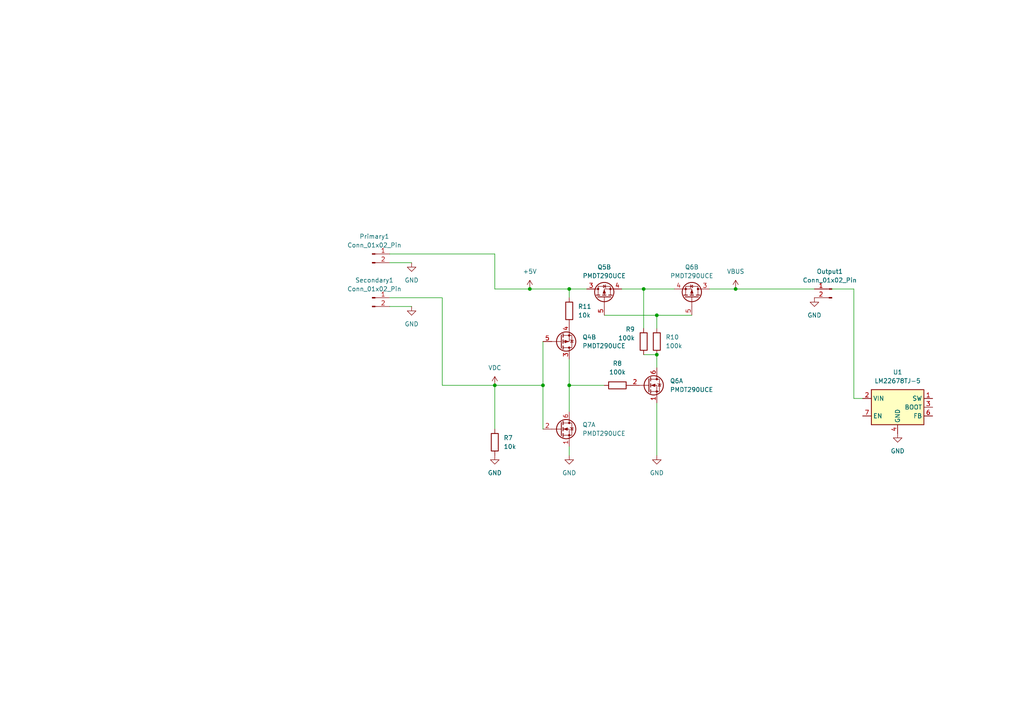
<source format=kicad_sch>
(kicad_sch (version 20250114) (generator "eeschema") (generator_version "9.0")
  (paper "A4")
  (lib_symbols
    (symbol "Connector:Conn_01x02_Pin" (pin_names (offset 1.016) (hide yes))
      (property "Reference" "J" (at 0 2.54 0))
      (property "Value" "Conn_01x02_Pin" (at 0 -5.08 0))
      (symbol "Conn_01x02_Pin_1_1"
        (rectangle (start 0.8636 0.127) (end 0 -0.127) (stroke (width 0.1524)) (fill (type outline)))
        (rectangle (start 0.8636 -2.413) (end 0 -2.667) (stroke (width 0.1524)) (fill (type outline)))
        (polyline (pts (xy 1.27 0) (xy 0.8636 0)) (stroke (width 0.1524)))
        (polyline (pts (xy 1.27 -2.54) (xy 0.8636 -2.54)) (stroke (width 0.1524)))
        (pin passive line (at 5.08 0 180) (length 3.81) (name "Pin_1") (number "1"))
        (pin passive line (at 5.08 -2.54 180) (length 3.81) (name "Pin_2") (number "2"))
      )
    )
    (symbol "Device:R" (pin_numbers (hide yes)) (pin_names (offset 0))
      (property "Reference" "R" (at 2.032 0 90))
      (property "Value" "R" (at 0 0 90))
      (symbol "R_0_1"
        (rectangle (start -1.016 -2.54) (end 1.016 2.54) (stroke (width 0.254)))
      )
      (symbol "R_1_1"
        (pin passive line (at 0 3.81 270) (length 1.27) (name "~") (number "1"))
        (pin passive line (at 0 -3.81 90) (length 1.27) (name "~") (number "2"))
      )
    )
    (symbol "Regulator_Switching:LM22678TJ-5"
      (property "Reference" "U" (at -6.35 6.35 0))
      (property "Value" "LM22678TJ-5" (at 5.08 6.35 0))
      (symbol "LM22678TJ-5_0_1"
        (rectangle (start -7.62 5.08) (end 7.62 -5.08) (stroke (width 0.254)) (fill (type background)))
      )
      (symbol "LM22678TJ-5_1_1"
        (pin power_in line (at -10.16 2.54 0) (length 2.54) (name "VIN") (number "2"))
        (pin input line (at -10.16 -2.54 0) (length 2.54) (name "EN") (number "7"))
        (pin no_connect line (at -7.62 0 0) (length 2.54) (hide yes) (name "NC") (number "5"))
        (pin power_in line (at 0 -7.62 90) (length 2.54) (name "GND") (number "4"))
        (pin passive line (at 0 -7.62 90) (length 2.54) (hide yes) (name "GND") (number "8"))
        (pin power_out line (at 10.16 2.54 180) (length 2.54) (name "SW") (number "1"))
        (pin passive line (at 10.16 0 180) (length 2.54) (name "BOOT") (number "3"))
        (pin input line (at 10.16 -2.54 180) (length 2.54) (name "FB") (number "6"))
      )
    )
    (symbol "Transistor_FET:PMDT290UCE" (pin_names (hide yes))
      (property "Reference" "Q" (at 5.08 1.905 0))
      (property "Value" "PMDT290UCE" (at 5.08 0 0))
      (symbol "PMDT290UCE_1_1"
        (polyline (pts (xy 0.254 0) (xy -2.54 0)))
        (polyline (pts (xy 0.254 -1.905) (xy 0.254 1.905)) (stroke (width 0.254)))
        (polyline (pts (xy 0.762 1.778) (xy 3.302 1.778) (xy 3.302 -1.778) (xy 0.762 -1.778)))
        (polyline (pts (xy 0.762 1.27) (xy 0.762 2.286)) (stroke (width 0.254)))
        (polyline (pts (xy 0.762 -0.508) (xy 0.762 0.508)) (stroke (width 0.254)))
        (polyline (pts (xy 0.762 -2.286) (xy 0.762 -1.27)) (stroke (width 0.254)))
        (polyline (pts (xy 1.016 0) (xy 2.032 -0.381) (xy 2.032 0.381) (xy 1.016 0)) (fill (type outline)))
        (circle (center 1.651 0) (radius 2.794) (stroke (width 0.254)))
        (polyline (pts (xy 2.54 1.905) (xy 2.54 2.54)))
        (circle (center 2.54 1.778) (radius 0.254) (fill (type outline)))
        (circle (center 2.54 -1.778) (radius 0.254) (fill (type outline)))
        (polyline (pts (xy 2.54 -2.54) (xy 2.54 0) (xy 0.762 0)))
        (polyline (pts (xy 2.794 0.508) (xy 2.921 0.381) (xy 3.683 0.381) (xy 3.81 0.254)))
        (polyline (pts (xy 3.302 0.381) (xy 2.921 -0.254) (xy 3.683 -0.254) (xy 3.302 0.381)))
        (pin input line (at -5.08 0 0) (length 2.54) (name "GN") (number "2"))
        (pin passive line (at 2.54 5.08 270) (length 2.54) (name "DN") (number "6"))
        (pin passive line (at 2.54 -5.08 90) (length 2.54) (name "SN") (number "1"))
      )
      (symbol "PMDT290UCE_2_1"
        (polyline (pts (xy 0.254 1.905) (xy 0.254 -1.905)) (stroke (width 0.254)))
        (polyline (pts (xy 0.254 0) (xy -2.54 0)))
        (polyline (pts (xy 0.762 2.286) (xy 0.762 1.27)) (stroke (width 0.254)))
        (polyline (pts (xy 0.762 0.508) (xy 0.762 -0.508)) (stroke (width 0.254)))
        (polyline (pts (xy 0.762 -1.27) (xy 0.762 -2.286)) (stroke (width 0.254)))
        (polyline (pts (xy 0.762 -1.778) (xy 3.302 -1.778) (xy 3.302 1.778) (xy 0.762 1.778)))
        (circle (center 1.651 0) (radius 2.794) (stroke (width 0.254)))
        (polyline (pts (xy 2.286 0) (xy 1.27 -0.381) (xy 1.27 0.381) (xy 2.286 0)) (fill (type outline)))
        (polyline (pts (xy 2.54 2.54) (xy 2.54 0) (xy 0.762 0)))
        (circle (center 2.54 1.778) (radius 0.254) (fill (type outline)))
        (circle (center 2.54 -1.778) (radius 0.254) (fill (type outline)))
        (polyline (pts (xy 2.54 -1.905) (xy 2.54 -2.54)))
        (polyline (pts (xy 2.794 0.508) (xy 2.921 0.381) (xy 3.683 0.381) (xy 3.81 0.254)))
        (polyline (pts (xy 3.302 0.381) (xy 2.921 -0.254) (xy 3.683 -0.254) (xy 3.302 0.381)))
        (pin input line (at -5.08 0 0) (length 2.54) (name "GP") (number "5"))
        (pin passive line (at 2.54 5.08 270) (length 2.54) (name "SP") (number "4"))
        (pin passive line (at 2.54 -5.08 90) (length 2.54) (name "DP") (number "3"))
      )
    )
    (symbol "power:+5V" (power) (pin_numbers (hide yes)) (pin_names (offset 0) (hide yes))
      (property "Value" "+5V" (at 0 3.556 0))
      (symbol "+5V_0_1"
        (polyline (pts (xy -0.762 1.27) (xy 0 2.54)))
        (polyline (pts (xy 0 2.54) (xy 0.762 1.27)))
        (polyline (pts (xy 0 0) (xy 0 2.54)))
      )
      (symbol "+5V_1_1"
        (pin power_in line (at 0 0 90) (length 0) (name "~") (number "1"))
      )
    )
    (symbol "power:GND" (power) (pin_numbers (hide yes)) (pin_names (offset 0) (hide yes))
      (property "Value" "GND" (at 0 -3.81 0))
      (symbol "GND_0_1"
        (polyline (pts (xy 0 0) (xy 0 -1.27) (xy 1.27 -1.27) (xy 0 -2.54) (xy -1.27 -1.27) (xy 0 -1.27)))
      )
      (symbol "GND_1_1"
        (pin power_in line (at 0 0 270) (length 0) (name "~") (number "1"))
      )
    )
    (symbol "power:VBUS" (power) (pin_numbers (hide yes)) (pin_names (offset 0) (hide yes))
      (property "Value" "VBUS" (at 0 3.556 0))
      (symbol "VBUS_0_1"
        (polyline (pts (xy -0.762 1.27) (xy 0 2.54)))
        (polyline (pts (xy 0 2.54) (xy 0.762 1.27)))
        (polyline (pts (xy 0 0) (xy 0 2.54)))
      )
      (symbol "VBUS_1_1"
        (pin power_in line (at 0 0 90) (length 0) (name "~") (number "1"))
      )
    )
    (symbol "power:VDC" (power) (pin_numbers (hide yes)) (pin_names (offset 0) (hide yes))
      (property "Value" "VDC" (at 0 3.556 0))
      (symbol "VDC_0_1"
        (polyline (pts (xy -0.762 1.27) (xy 0 2.54)))
        (polyline (pts (xy 0 2.54) (xy 0.762 1.27)))
        (polyline (pts (xy 0 0) (xy 0 2.54)))
      )
      (symbol "VDC_1_1"
        (pin power_in line (at 0 0 90) (length 0) (name "~") (number "1"))
      )
    )
  )
  (junction (at 213.36 83.82))
  (junction (at 186.69 83.82))
  (junction (at 165.1 83.82))
  (junction (at 190.5 102.87))
  (junction (at 157.48 111.76))
  (junction (at 153.67 83.82))
  (junction (at 190.5 91.44))
  (junction (at 143.51 111.76))
  (junction (at 165.1 111.76))
  (wire (pts (xy 165.1 111.76) (xy 165.1 119.38)))
  (wire (pts (xy 113.03 88.9) (xy 119.38 88.9)))
  (wire (pts (xy 213.36 83.82) (xy 236.22 83.82)))
  (wire (pts (xy 113.03 76.2) (xy 119.38 76.2)))
  (wire (pts (xy 186.69 102.87) (xy 190.5 102.87)))
  (wire (pts (xy 190.5 91.44) (xy 200.66 91.44)))
  (wire (pts (xy 205.74 83.82) (xy 213.36 83.82)))
  (wire (pts (xy 165.1 111.76) (xy 175.26 111.76)))
  (wire (pts (xy 113.03 73.66) (xy 143.51 73.66)))
  (wire (pts (xy 157.48 99.06) (xy 157.48 111.76)))
  (wire (pts (xy 190.5 91.44) (xy 190.5 95.25)))
  (wire (pts (xy 143.51 73.66) (xy 143.51 83.82)))
  (wire (pts (xy 128.27 111.76) (xy 143.51 111.76)))
  (wire (pts (xy 190.5 132.08) (xy 190.5 116.84)))
  (wire (pts (xy 157.48 111.76) (xy 157.48 124.46)))
  (wire (pts (xy 143.51 111.76) (xy 157.48 111.76)))
  (wire (pts (xy 165.1 104.14) (xy 165.1 111.76)))
  (wire (pts (xy 186.69 83.82) (xy 186.69 95.25)))
  (wire (pts (xy 165.1 129.54) (xy 165.1 132.08)))
  (wire (pts (xy 175.26 91.44) (xy 190.5 91.44)))
  (wire (pts (xy 186.69 83.82) (xy 195.58 83.82)))
  (wire (pts (xy 241.3 83.82) (xy 247.65 83.82)))
  (wire (pts (xy 247.65 83.82) (xy 247.65 115.57)))
  (wire (pts (xy 247.65 115.57) (xy 250.19 115.57)))
  (wire (pts (xy 153.67 83.82) (xy 165.1 83.82)))
  (wire (pts (xy 165.1 83.82) (xy 165.1 86.36)))
  (wire (pts (xy 143.51 83.82) (xy 153.67 83.82)))
  (wire (pts (xy 190.5 102.87) (xy 190.5 106.68)))
  (wire (pts (xy 180.34 83.82) (xy 186.69 83.82)))
  (wire (pts (xy 165.1 83.82) (xy 170.18 83.82)))
  (wire (pts (xy 143.51 111.76) (xy 143.51 124.46)))
  (wire (pts (xy 128.27 86.36) (xy 128.27 111.76)))
  (wire (pts (xy 113.03 86.36) (xy 128.27 86.36)))
  (symbol (lib_id "Transistor_FET:PMDT290UCE") (at 187.96 111.76 0) (unit 1)
    (property "Reference" "Q6" (at 194.31 110.4899 0) (effects (justify left)))
    (property "Value" "PMDT290UCE" (at 194.31 113.0299 0) (effects (justify left)))
    (property "Footprint" "Package_TO_SOT_SMD:SOT-666" (effects (hide yes)))
    (property "Datasheet" "https://assets.nexperia.com/documents/data-sheet/PMDT290UCE.pdf" (effects (hide yes)))
    (property "Description" "Nexperia 20 / 20 V, 800 / 550 mA N/P-channel Trench MOSFET, SOT-666" (effects (hide yes)))
  )
  (symbol (lib_id "power:GND") (at 260.35 125.73 0) (unit 1)
    (property "Reference" "#PWR010" (effects (hide yes)))
    (property "Value" "GND" (at 260.35 130.81 0))
    (property "Description" "Power symbol creates a global label with name \"GND\" , ground" (effects (hide yes)))
  )
  (symbol (lib_id "power:GND") (at 190.5 132.08 0) (unit 1)
    (property "Reference" "#PWR05" (effects (hide yes)))
    (property "Value" "GND" (at 190.5 137.16 0))
    (property "Description" "Power symbol creates a global label with name \"GND\" , ground" (effects (hide yes)))
  )
  (symbol (lib_id "Connector:Conn_01x02_Pin") (at 107.95 86.36 0) (unit 1)
    (property "Reference" "Secondary1" (at 108.585 81.28 0))
    (property "Value" "Conn_01x02_Pin" (at 108.585 83.82 0))
    (property "Footprint" "Connector_PinHeader_2.54mm:PinHeader_1x02_P2.54mm_Vertical" (effects (hide yes)))
    (property "Description" "Generic connector, single row, 01x02, script generated" (effects (hide yes)))
  )
  (symbol (lib_id "power:GND") (at 165.1 132.08 0) (unit 1)
    (property "Reference" "#PWR04" (effects (hide yes)))
    (property "Value" "GND" (at 165.1 137.16 0))
    (property "Description" "Power symbol creates a global label with name \"GND\" , ground" (effects (hide yes)))
  )
  (symbol (lib_id "Connector:Conn_01x02_Pin") (at 107.95 73.66 0) (unit 1)
    (property "Reference" "Primary1" (at 108.585 68.58 0))
    (property "Value" "Conn_01x02_Pin" (at 108.585 71.12 0))
    (property "Footprint" "Connector_PinHeader_2.54mm:PinHeader_1x02_P2.54mm_Vertical" (effects (hide yes)))
    (property "Description" "Generic connector, single row, 01x02, script generated" (effects (hide yes)))
  )
  (symbol (lib_id "Regulator_Switching:LM22678TJ-5") (at 260.35 118.11 0) (unit 1)
    (property "Reference" "U1" (at 260.35 107.95 0))
    (property "Value" "LM22678TJ-5" (at 260.35 110.49 0))
    (property "Footprint" "Package_TO_SOT_SMD:TO-263-7_TabPin8" (effects (hide yes)))
    (property "Datasheet" "https://www.ti.com/lit/ds/symlink/lm22678.pdf" (effects (hide yes)))
    (property "Description" "5A Step-Down Switching Voltage Regulater, 4.5-42V Input, 5V Output, 500kHz Switching Frequency, TO-263" (effects (hide yes)))
  )
  (symbol (lib_id "Transistor_FET:PMDT290UCE") (at 162.56 99.06 0) (unit 2)
    (property "Reference" "Q4" (at 168.91 97.7899 0) (effects (justify left)))
    (property "Value" "PMDT290UCE" (at 168.91 100.3299 0) (effects (justify left)))
    (property "Footprint" "Package_TO_SOT_SMD:SOT-666" (effects (hide yes)))
    (property "Datasheet" "https://assets.nexperia.com/documents/data-sheet/PMDT290UCE.pdf" (effects (hide yes)))
    (property "Description" "Nexperia 20 / 20 V, 800 / 550 mA N/P-channel Trench MOSFET, SOT-666" (effects (hide yes)))
  )
  (symbol (lib_id "power:VBUS") (at 213.36 83.82 0) (unit 1)
    (property "Reference" "#PWR06" (effects (hide yes)))
    (property "Value" "VBUS" (at 213.36 78.74 0))
    (property "Description" "Power symbol creates a global label with name \"VBUS\"" (effects (hide yes)))
  )
  (symbol (lib_id "Device:R") (at 179.07 111.76 90) (unit 1)
    (property "Reference" "R8" (at 179.07 105.41 90))
    (property "Value" "100k" (at 179.07 107.95 90))
    (property "Footprint" "Resistor_SMD:R_0805_2012Metric_Pad1.20x1.40mm_HandSolder" (effects (hide yes)))
    (property "Description" "Resistor" (effects (hide yes)))
  )
  (symbol (lib_id "Device:R") (at 143.51 128.27 0) (unit 1)
    (property "Reference" "R7" (at 146.05 126.9999 0) (effects (justify left)))
    (property "Value" "10k" (at 146.05 129.5399 0) (effects (justify left)))
    (property "Footprint" "Resistor_SMD:R_0805_2012Metric_Pad1.20x1.40mm_HandSolder" (effects (hide yes)))
    (property "Description" "Resistor" (effects (hide yes)))
  )
  (symbol (lib_id "power:GND") (at 119.38 76.2 0) (unit 1)
    (property "Reference" "#PWR08" (effects (hide yes)))
    (property "Value" "GND" (at 119.38 81.28 0))
    (property "Description" "Power symbol creates a global label with name \"GND\" , ground" (effects (hide yes)))
  )
  (symbol (lib_id "Connector:Conn_01x02_Pin") (at 241.3 83.82 0) (mirror y) (unit 1)
    (property "Reference" "Output1" (at 240.665 78.74 0))
    (property "Value" "Conn_01x02_Pin" (at 240.665 81.28 0))
    (property "Footprint" "Connector_PinHeader_2.54mm:PinHeader_1x02_P2.54mm_Vertical" (effects (hide yes)))
    (property "Description" "Generic connector, single row, 01x02, script generated" (effects (hide yes)))
  )
  (symbol (lib_id "Transistor_FET:PMDT290UCE") (at 162.56 124.46 0) (unit 1)
    (property "Reference" "Q7" (at 168.91 123.1899 0) (effects (justify left)))
    (property "Value" "PMDT290UCE" (at 168.91 125.7299 0) (effects (justify left)))
    (property "Footprint" "Package_TO_SOT_SMD:SOT-666" (effects (hide yes)))
    (property "Datasheet" "https://assets.nexperia.com/documents/data-sheet/PMDT290UCE.pdf" (effects (hide yes)))
    (property "Description" "Nexperia 20 / 20 V, 800 / 550 mA N/P-channel Trench MOSFET, SOT-666" (effects (hide yes)))
  )
  (symbol (lib_id "Device:R") (at 165.1 90.17 0) (unit 1)
    (property "Reference" "R11" (at 167.64 88.8999 0) (effects (justify left)))
    (property "Value" "10k" (at 167.64 91.4399 0) (effects (justify left)))
    (property "Footprint" "Resistor_SMD:R_0805_2012Metric_Pad1.20x1.40mm_HandSolder" (effects (hide yes)))
    (property "Description" "Resistor" (effects (hide yes)))
  )
  (symbol (lib_id "power:+5V") (at 153.67 83.82 0) (unit 1)
    (property "Reference" "#PWR01" (effects (hide yes)))
    (property "Value" "+5V" (at 153.67 78.74 0))
    (property "Description" "Power symbol creates a global label with name \"+5V\"" (effects (hide yes)))
  )
  (symbol (lib_id "Transistor_FET:PMDT290UCE") (at 200.66 86.36 90) (unit 2)
    (property "Reference" "Q6" (at 200.66 77.47 90))
    (property "Value" "PMDT290UCE" (at 200.66 80.01 90))
    (property "Footprint" "Package_TO_SOT_SMD:SOT-666" (effects (hide yes)))
    (property "Datasheet" "https://assets.nexperia.com/documents/data-sheet/PMDT290UCE.pdf" (effects (hide yes)))
    (property "Description" "Nexperia 20 / 20 V, 800 / 550 mA N/P-channel Trench MOSFET, SOT-666" (effects (hide yes)))
  )
  (symbol (lib_id "Device:R") (at 186.69 99.06 0) (mirror y) (unit 1)
    (property "Reference" "R9" (at 184.15 95.504 0) (effects (justify left)))
    (property "Value" "100k" (at 184.15 98.044 0) (effects (justify left)))
    (property "Footprint" "Resistor_SMD:R_0805_2012Metric_Pad1.20x1.40mm_HandSolder" (effects (hide yes)))
    (property "Description" "Resistor" (effects (hide yes)))
  )
  (symbol (lib_id "Transistor_FET:PMDT290UCE") (at 175.26 86.36 270) (mirror x) (unit 2)
    (property "Reference" "Q5" (at 175.26 77.47 90))
    (property "Value" "PMDT290UCE" (at 175.26 80.01 90))
    (property "Footprint" "Package_TO_SOT_SMD:SOT-666" (effects (hide yes)))
    (property "Datasheet" "https://assets.nexperia.com/documents/data-sheet/PMDT290UCE.pdf" (effects (hide yes)))
    (property "Description" "Nexperia 20 / 20 V, 800 / 550 mA N/P-channel Trench MOSFET, SOT-666" (effects (hide yes)))
  )
  (symbol (lib_id "power:GND") (at 143.51 132.08 0) (unit 1)
    (property "Reference" "#PWR03" (effects (hide yes)))
    (property "Value" "GND" (at 143.51 137.16 0))
    (property "Description" "Power symbol creates a global label with name \"GND\" , ground" (effects (hide yes)))
  )
  (symbol (lib_id "power:VDC") (at 143.51 111.76 0) (unit 1)
    (property "Reference" "#PWR07" (effects (hide yes)))
    (property "Value" "VDC" (at 143.51 106.68 0))
    (property "Description" "Power symbol creates a global label with name \"VDC\"" (effects (hide yes)))
  )
  (symbol (lib_id "power:GND") (at 236.22 86.36 0) (unit 1)
    (property "Reference" "#PWR09" (effects (hide yes)))
    (property "Value" "GND" (at 236.22 91.44 0))
    (property "Description" "Power symbol creates a global label with name \"GND\" , ground" (effects (hide yes)))
  )
  (symbol (lib_id "Device:R") (at 190.5 99.06 0) (unit 1)
    (property "Reference" "R10" (at 193.04 97.7899 0) (effects (justify left)))
    (property "Value" "100k" (at 193.04 100.3299 0) (effects (justify left)))
    (property "Footprint" "Resistor_SMD:R_0805_2012Metric_Pad1.20x1.40mm_HandSolder" (effects (hide yes)))
    (property "Description" "Resistor" (effects (hide yes)))
  )
  (symbol (lib_id "power:GND") (at 119.38 88.9 0) (unit 1)
    (property "Reference" "#PWR02" (effects (hide yes)))
    (property "Value" "GND" (at 119.38 93.98 0))
    (property "Description" "Power symbol creates a global label with name \"GND\" , ground" (effects (hide yes)))
  )
)
</source>
